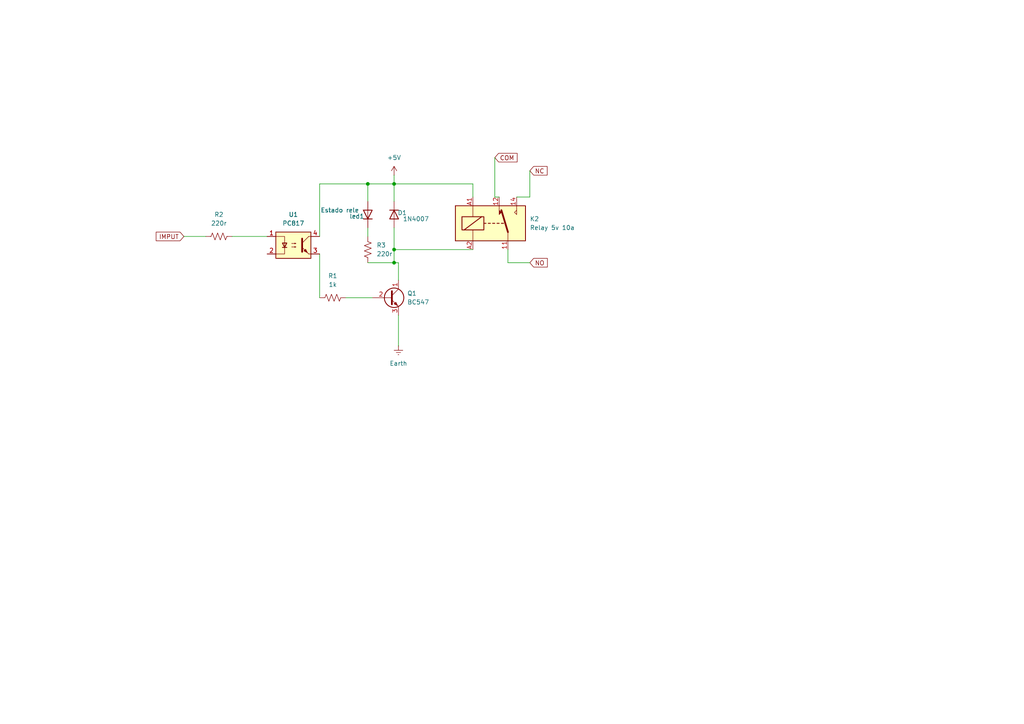
<source format=kicad_sch>
(kicad_sch (version 20231120) (generator "eeschema") (generator_version "8.0")
  (paper "A4")
  (title_block (title "circuito de accionamiento de rele 5v- 3v  ") (date "12/04/24") (comment 1 "Nombre: Saul Castillo"))
  (lib_symbols
    (symbol "Device:R_US" (pin_numbers hide) (pin_names (offset 0))
      (property "Reference" "R" (at 2.54 0 90))
      (property "Value" "R_US" (at -2.54 0 90))
      (symbol "R_US_0_1"
        (polyline (pts (xy 0 -2.286) (xy 0 -2.54)))
        (polyline (pts (xy 0 2.286) (xy 0 2.54)))
        (polyline (pts (xy 0 -0.762) (xy 1.016 -1.143) (xy 0 -1.524) (xy -1.016 -1.905) (xy 0 -2.286)))
        (polyline (pts (xy 0 0.762) (xy 1.016 0.381) (xy 0 0) (xy -1.016 -0.381) (xy 0 -0.762)))
        (polyline (pts (xy 0 2.286) (xy 1.016 1.905) (xy 0 1.524) (xy -1.016 1.143) (xy 0 0.762)))
      )
      (symbol "R_US_1_1"
        (pin passive line (at 0 3.81 270) (length 1.27) (name "~") (number "1"))
        (pin passive line (at 0 -3.81 90) (length 1.27) (name "~") (number "2"))
      )
    )
    (symbol "Diode:1N4148WT" (pin_numbers hide) (pin_names hide)
      (property "Reference" "D" (at 0 2.54 0))
      (property "Value" "1N4148WT" (at 0 -2.54 0))
      (symbol "1N4148WT_0_1"
        (polyline (pts (xy -1.27 1.27) (xy -1.27 -1.27)) (stroke (width 0.254)))
        (polyline (pts (xy 1.27 0) (xy -1.27 0)))
        (polyline (pts (xy 1.27 1.27) (xy 1.27 -1.27) (xy -1.27 0) (xy 1.27 1.27)) (stroke (width 0.254)))
      )
      (symbol "1N4148WT_1_1"
        (pin passive line (at -3.81 0 0) (length 2.54) (name "K") (number "1"))
        (pin passive line (at 3.81 0 180) (length 2.54) (name "A") (number "2"))
      )
    )
    (symbol "Isolator:PC817" (pin_names (offset 1.016))
      (property "Reference" "U" (at -5.08 5.08 0))
      (property "Value" "PC817" (at 0 5.08 0))
      (symbol "PC817_0_1"
        (rectangle (start -5.08 3.81) (end 5.08 -3.81) (stroke (width 0.254)) (fill (type background)))
        (polyline (pts (xy -3.175 -0.635) (xy -1.905 -0.635)) (stroke (width 0.254)))
        (polyline (pts (xy 2.54 0.635) (xy 4.445 2.54)))
        (polyline (pts (xy 4.445 -2.54) (xy 2.54 -0.635)) (fill (type outline)))
        (polyline (pts (xy 4.445 -2.54) (xy 5.08 -2.54)))
        (polyline (pts (xy 4.445 2.54) (xy 5.08 2.54)))
        (polyline (pts (xy -5.08 2.54) (xy -2.54 2.54) (xy -2.54 -0.635)))
        (polyline (pts (xy -2.54 -0.635) (xy -2.54 -2.54) (xy -5.08 -2.54)))
        (polyline (pts (xy 2.54 1.905) (xy 2.54 -1.905) (xy 2.54 -1.905)) (stroke (width 0.508)))
        (polyline (pts (xy -2.54 -0.635) (xy -3.175 0.635) (xy -1.905 0.635) (xy -2.54 -0.635)) (stroke (width 0.254)))
        (polyline (pts (xy -0.508 -0.508) (xy 0.762 -0.508) (xy 0.381 -0.635) (xy 0.381 -0.381) (xy 0.762 -0.508)))
        (polyline (pts (xy -0.508 0.508) (xy 0.762 0.508) (xy 0.381 0.381) (xy 0.381 0.635) (xy 0.762 0.508)))
        (polyline (pts (xy 3.048 -1.651) (xy 3.556 -1.143) (xy 4.064 -2.159) (xy 3.048 -1.651) (xy 3.048 -1.651)) (fill (type outline)))
      )
      (symbol "PC817_1_1"
        (pin passive line (at -7.62 2.54 0) (length 2.54) (name "~") (number "1"))
        (pin passive line (at -7.62 -2.54 0) (length 2.54) (name "~") (number "2"))
        (pin passive line (at 7.62 -2.54 180) (length 2.54) (name "~") (number "3"))
        (pin passive line (at 7.62 2.54 180) (length 2.54) (name "~") (number "4"))
      )
    )
    (symbol "Relay:Relay_SPDT"
      (property "Reference" "K" (at 11.43 3.81 0))
      (property "Value" "Relay_SPDT" (at 11.43 1.27 0))
      (symbol "Relay_SPDT_0_0"
        (polyline (pts (xy 7.62 5.08) (xy 7.62 2.54) (xy 6.985 3.175) (xy 7.62 3.81)))
      )
      (symbol "Relay_SPDT_0_1"
        (rectangle (start -10.16 5.08) (end 10.16 -5.08) (stroke (width 0.254)) (fill (type background)))
        (rectangle (start -8.255 1.905) (end -1.905 -1.905) (stroke (width 0.254)))
        (polyline (pts (xy -7.62 -1.905) (xy -2.54 1.905)) (stroke (width 0.254)))
        (polyline (pts (xy -5.08 -5.08) (xy -5.08 -1.905)))
        (polyline (pts (xy -5.08 5.08) (xy -5.08 1.905)))
        (polyline (pts (xy -1.905 0) (xy -1.27 0)) (stroke (width 0.254)))
        (polyline (pts (xy -0.635 0) (xy 0 0)) (stroke (width 0.254)))
        (polyline (pts (xy 0.635 0) (xy 1.27 0)) (stroke (width 0.254)))
        (polyline (pts (xy 1.905 0) (xy 2.54 0)) (stroke (width 0.254)))
        (polyline (pts (xy 3.175 0) (xy 3.81 0)) (stroke (width 0.254)))
        (polyline (pts (xy 5.08 -2.54) (xy 3.175 3.81)) (stroke (width 0.508)))
        (polyline (pts (xy 5.08 -2.54) (xy 5.08 -5.08)))
        (polyline (pts (xy 2.54 5.08) (xy 2.54 2.54) (xy 3.175 3.175) (xy 2.54 3.81)) (fill (type outline)))
      )
      (symbol "Relay_SPDT_1_1"
        (pin passive line (at 5.08 -7.62 90) (length 2.54) (name "~") (number "11"))
        (pin passive line (at 2.54 7.62 270) (length 2.54) (name "~") (number "12"))
        (pin passive line (at 7.62 7.62 270) (length 2.54) (name "~") (number "14"))
        (pin passive line (at -5.08 7.62 270) (length 2.54) (name "~") (number "A1"))
        (pin passive line (at -5.08 -7.62 90) (length 2.54) (name "~") (number "A2"))
      )
    )
    (symbol "Transistor_BJT:BC547" (pin_names (offset 0) hide)
      (property "Reference" "Q" (at 5.08 1.905 0))
      (property "Value" "BC547" (at 5.08 0 0))
      (symbol "BC547_0_1"
        (polyline (pts (xy 0 0) (xy 0.635 0)))
        (polyline (pts (xy 0.635 0.635) (xy 2.54 2.54)))
        (polyline (pts (xy 0.635 -0.635) (xy 2.54 -2.54) (xy 2.54 -2.54)))
        (polyline (pts (xy 0.635 1.905) (xy 0.635 -1.905) (xy 0.635 -1.905)) (stroke (width 0.508)))
        (polyline (pts (xy 1.27 -1.778) (xy 1.778 -1.27) (xy 2.286 -2.286) (xy 1.27 -1.778) (xy 1.27 -1.778)) (fill (type outline)))
        (circle (center 1.27 0) (radius 2.8194) (stroke (width 0.254)))
      )
      (symbol "BC547_1_1"
        (pin passive line (at 2.54 5.08 270) (length 2.54) (name "C") (number "1"))
        (pin input line (at -5.08 0 0) (length 5.08) (name "B") (number "2"))
        (pin passive line (at 2.54 -5.08 90) (length 2.54) (name "E") (number "3"))
      )
    )
    (symbol "power:+5V" (power) (pin_numbers hide) (pin_names (offset 0) hide)
      (property "Value" "+5V" (at 0 3.556 0))
      (symbol "+5V_0_1"
        (polyline (pts (xy -0.762 1.27) (xy 0 2.54)))
        (polyline (pts (xy 0 0) (xy 0 2.54)))
        (polyline (pts (xy 0 2.54) (xy 0.762 1.27)))
      )
      (symbol "+5V_1_1"
        (pin power_in line (at 0 0 90) (length 0) (name "~") (number "1"))
      )
    )
    (symbol "power:Earth" (power) (pin_numbers hide) (pin_names (offset 0) hide)
      (property "Value" "Earth" (at 0 -3.81 0))
      (symbol "Earth_0_1"
        (polyline (pts (xy -0.635 -1.905) (xy 0.635 -1.905)))
        (polyline (pts (xy -0.127 -2.54) (xy 0.127 -2.54)))
        (polyline (pts (xy 0 -1.27) (xy 0 0)))
        (polyline (pts (xy 1.27 -1.27) (xy -1.27 -1.27)))
      )
      (symbol "Earth_1_1"
        (pin power_in line (at 0 0 270) (length 0) (name "~") (number "1"))
      )
    )
  )
  (junction (at 106.68 53.34))
  (junction (at 114.3 72.39))
  (junction (at 114.3 76.2))
  (junction (at 114.3 53.34))
  (wire (pts (xy 67.31 68.58) (xy 77.47 68.58)))
  (wire (pts (xy 115.57 81.28) (xy 115.57 76.2)))
  (wire (pts (xy 106.68 53.34) (xy 114.3 53.34)))
  (wire (pts (xy 53.34 68.58) (xy 59.69 68.58)))
  (wire (pts (xy 114.3 76.2) (xy 106.68 76.2)))
  (wire (pts (xy 92.71 68.58) (xy 92.71 53.34)))
  (wire (pts (xy 137.16 53.34) (xy 114.3 53.34)))
  (wire (pts (xy 100.33 86.36) (xy 107.95 86.36)))
  (wire (pts (xy 114.3 53.34) (xy 114.3 58.42)))
  (wire (pts (xy 92.71 73.66) (xy 92.71 86.36)))
  (wire (pts (xy 92.71 53.34) (xy 106.68 53.34)))
  (wire (pts (xy 143.51 45.72) (xy 143.51 57.15)))
  (wire (pts (xy 106.68 66.04) (xy 106.68 68.58)))
  (wire (pts (xy 137.16 57.15) (xy 137.16 53.34)))
  (wire (pts (xy 147.32 76.2) (xy 147.32 72.39)))
  (wire (pts (xy 153.67 49.53) (xy 153.67 57.15)))
  (wire (pts (xy 114.3 72.39) (xy 137.16 72.39)))
  (wire (pts (xy 114.3 66.04) (xy 114.3 72.39)))
  (wire (pts (xy 114.3 50.8) (xy 114.3 53.34)))
  (wire (pts (xy 143.51 57.15) (xy 144.78 57.15)))
  (wire (pts (xy 114.3 72.39) (xy 114.3 76.2)))
  (wire (pts (xy 115.57 76.2) (xy 114.3 76.2)))
  (wire (pts (xy 153.67 57.15) (xy 149.86 57.15)))
  (wire (pts (xy 115.57 91.44) (xy 115.57 100.33)))
  (wire (pts (xy 106.68 58.42) (xy 106.68 53.34)))
  (wire (pts (xy 153.67 76.2) (xy 147.32 76.2)))
  (global_label "COM" (shape input) (at 143.51 45.72 0) (property "Intersheetrefs" "${INTERSHEET_REFS}" (effects (hide yes))))
  (global_label "IMPUT" (shape input) (at 53.34 68.58 180) (property "Intersheetrefs" "${INTERSHEET_REFS}" (effects (hide yes))))
  (global_label "NC" (shape input) (at 153.67 49.53 0) (property "Intersheetrefs" "${INTERSHEET_REFS}" (effects (hide yes))))
  (global_label "NO" (shape input) (at 153.67 76.2 0) (property "Intersheetrefs" "${INTERSHEET_REFS}" (effects (hide yes))))
  (symbol (lib_id "Device:R_US") (at 106.68 72.39 0) (unit 1)
    (property "Reference" "R3" (at 109.22 71.1199 0) (effects (justify left)))
    (property "Value" "220r" (at 109.22 73.6599 0) (effects (justify left)))
    (property "Description" "Resistor, US symbol" (effects (hide yes)))
  )
  (symbol (lib_id "Device:R_US") (at 63.5 68.58 90) (unit 1)
    (property "Reference" "R2" (at 63.5 62.23 90))
    (property "Value" "220r" (at 63.5 64.77 90))
    (property "Description" "Resistor, US symbol" (effects (hide yes)))
  )
  (symbol (lib_id "Isolator:PC817") (at 85.09 71.12 0) (unit 1)
    (property "Reference" "U1" (at 85.09 62.23 0))
    (property "Value" "PC817" (at 85.09 64.77 0))
    (property "Footprint" "Package_DIP:DIP-4_W7.62mm" (effects (hide yes)))
    (property "Datasheet" "http://www.soselectronic.cz/a_info/resource/d/pc817.pdf" (effects (hide yes)))
    (property "Description" "DC Optocoupler, Vce 35V, CTR 50-300%, DIP-4" (effects (hide yes)))
  )
  (symbol (lib_id "Diode:1N4148WT") (at 114.3 62.23 270) (unit 1)
    (property "Reference" "D1" (at 115.316 61.722 90) (effects (justify left)))
    (property "Value" "1N4007" (at 116.84 63.4999 90) (effects (justify left)))
    (property "Footprint" "Diode_SMD:D_SOD-523" (effects (hide yes)))
    (property "Datasheet" "https://www.diodes.com/assets/Datasheets/ds30396.pdf" (effects (hide yes)))
    (property "Description" "75V 0.15A Fast switching Diode, SOD-523" (effects (hide yes)))
    (property "Sim.Device" "D" (effects (hide yes)))
    (property "Sim.Pins" "1=K 2=A" (effects (hide yes)))
  )
  (symbol (lib_id "Diode:1N4148WT") (at 106.68 62.23 90) (unit 1)
    (property "Reference" "led1" (at 105.664 62.738 90) (effects (justify left)))
    (property "Value" "Estado rele" (at 104.14 60.9601 90) (effects (justify left)))
    (property "Footprint" "Diode_SMD:D_SOD-523" (effects (hide yes)))
    (property "Datasheet" "https://www.diodes.com/assets/Datasheets/ds30396.pdf" (effects (hide yes)))
    (property "Description" "75V 0.15A Fast switching Diode, SOD-523" (effects (hide yes)))
    (property "Sim.Device" "D" (effects (hide yes)))
    (property "Sim.Pins" "1=K 2=A" (effects (hide yes)))
  )
  (symbol (lib_id "Relay:Relay_SPDT") (at 142.24 64.77 0) (unit 1)
    (property "Reference" "K2" (at 153.67 63.4999 0) (effects (justify left)))
    (property "Value" "Relay 5v 10a" (at 153.67 66.0399 0) (effects (justify left)))
    (property "Description" "Monostable Relay SPDT, EN50005" (effects (hide yes)))
  )
  (symbol (lib_id "Transistor_BJT:BC547") (at 113.03 86.36 0) (unit 1)
    (property "Reference" "Q1" (at 118.11 85.0899 0) (effects (justify left)))
    (property "Value" "BC547" (at 118.11 87.6299 0) (effects (justify left)))
    (property "Footprint" "Package_TO_SOT_THT:TO-92_Inline" (effects (hide yes)))
    (property "Datasheet" "https://www.onsemi.com/pub/Collateral/BC550-D.pdf" (effects (hide yes)))
    (property "Description" "0.1A Ic, 45V Vce, Small Signal NPN Transistor, TO-92" (effects (hide yes)))
  )
  (symbol (lib_id "power:+5V") (at 114.3 50.8 0) (unit 1)
    (property "Reference" "#PWR03" (effects (hide yes)))
    (property "Value" "+5V" (at 114.3 45.72 0))
    (property "Description" "Power symbol creates a global label with name \"+5V\"" (effects (hide yes)))
  )
  (symbol (lib_id "power:Earth") (at 115.57 100.33 0) (unit 1)
    (property "Reference" "#PWR02" (effects (hide yes)))
    (property "Value" "Earth" (at 115.57 105.41 0))
    (property "Description" "Power symbol creates a global label with name \"Earth\"" (effects (hide yes)))
  )
  (symbol (lib_id "Device:R_US") (at 96.52 86.36 90) (unit 1)
    (property "Reference" "R1" (at 96.52 80.01 90))
    (property "Value" "1k" (at 96.52 82.55 90))
    (property "Description" "Resistor, US symbol" (effects (hide yes)))
  )
)
</source>
